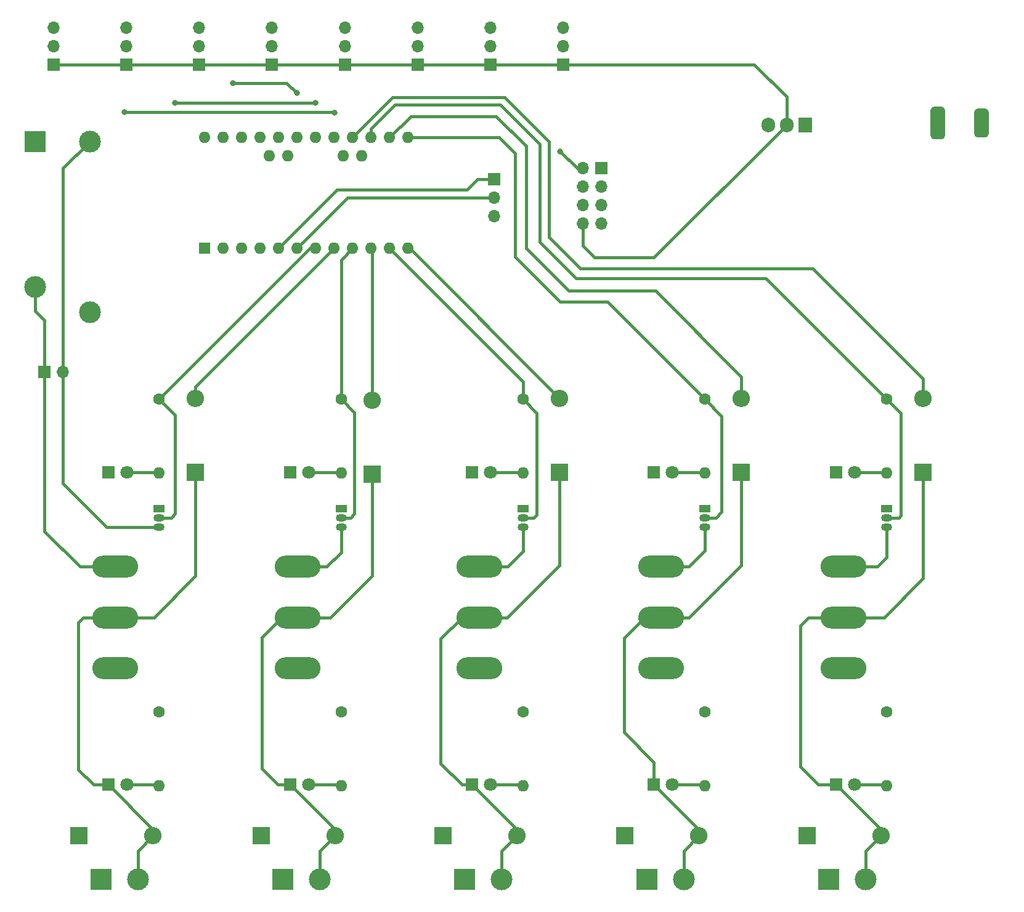
<source format=gbr>
%TF.GenerationSoftware,KiCad,Pcbnew,(5.1.10)-1*%
%TF.CreationDate,2022-07-16T16:26:33-07:00*%
%TF.ProjectId,Garden_Board,47617264-656e-45f4-926f-6172642e6b69,rev?*%
%TF.SameCoordinates,Original*%
%TF.FileFunction,Copper,L1,Top*%
%TF.FilePolarity,Positive*%
%FSLAX46Y46*%
G04 Gerber Fmt 4.6, Leading zero omitted, Abs format (unit mm)*
G04 Created by KiCad (PCBNEW (5.1.10)-1) date 2022-07-16 16:26:33*
%MOMM*%
%LPD*%
G01*
G04 APERTURE LIST*
%TA.AperFunction,ComponentPad*%
%ADD10O,6.300000X3.000000*%
%TD*%
%TA.AperFunction,ComponentPad*%
%ADD11C,3.000000*%
%TD*%
%TA.AperFunction,ComponentPad*%
%ADD12R,3.000000X3.000000*%
%TD*%
%TA.AperFunction,ComponentPad*%
%ADD13O,1.905000X2.000000*%
%TD*%
%TA.AperFunction,ComponentPad*%
%ADD14R,1.905000X2.000000*%
%TD*%
%TA.AperFunction,ComponentPad*%
%ADD15O,1.600000X1.600000*%
%TD*%
%TA.AperFunction,ComponentPad*%
%ADD16R,1.600000X1.600000*%
%TD*%
%TA.AperFunction,ComponentPad*%
%ADD17C,1.600000*%
%TD*%
%TA.AperFunction,ComponentPad*%
%ADD18R,1.500000X1.050000*%
%TD*%
%TA.AperFunction,ComponentPad*%
%ADD19O,1.500000X1.050000*%
%TD*%
%TA.AperFunction,ComponentPad*%
%ADD20O,1.700000X1.700000*%
%TD*%
%TA.AperFunction,ComponentPad*%
%ADD21R,1.700000X1.700000*%
%TD*%
%TA.AperFunction,ComponentPad*%
%ADD22C,1.800000*%
%TD*%
%TA.AperFunction,ComponentPad*%
%ADD23R,1.800000X1.800000*%
%TD*%
%TA.AperFunction,ComponentPad*%
%ADD24O,2.400000X2.400000*%
%TD*%
%TA.AperFunction,ComponentPad*%
%ADD25R,2.400000X2.400000*%
%TD*%
%TA.AperFunction,ViaPad*%
%ADD26C,0.800000*%
%TD*%
%TA.AperFunction,Conductor*%
%ADD27C,0.400000*%
%TD*%
G04 APERTURE END LIST*
D10*
%TO.P,SW4,1*%
%TO.N,GND*%
X147000000Y-133000000D03*
%TO.P,SW4,2*%
%TO.N,P4-*%
X147000000Y-126000000D03*
%TO.P,SW4,3*%
%TO.N,Net-(Q4-Pad3)*%
X147000000Y-119000000D03*
%TD*%
%TO.P,SW3,1*%
%TO.N,GND*%
X122000000Y-133000000D03*
%TO.P,SW3,2*%
%TO.N,P3-*%
X122000000Y-126000000D03*
%TO.P,SW3,3*%
%TO.N,Net-(Q3-Pad3)*%
X122000000Y-119000000D03*
%TD*%
%TO.P,SW2,1*%
%TO.N,GND*%
X97000000Y-133000000D03*
%TO.P,SW2,2*%
%TO.N,P2-*%
X97000000Y-126000000D03*
%TO.P,SW2,3*%
%TO.N,Net-(Q2-Pad3)*%
X97000000Y-119000000D03*
%TD*%
%TO.P,SW0,1*%
%TO.N,GND*%
X47000000Y-133000000D03*
%TO.P,SW0,2*%
%TO.N,P0-*%
X47000000Y-126000000D03*
%TO.P,SW0,3*%
%TO.N,Net-(J18-Pad1)*%
X47000000Y-119000000D03*
%TD*%
%TO.P,SW1,1*%
%TO.N,GND*%
X72000000Y-133000000D03*
%TO.P,SW1,2*%
%TO.N,P1-*%
X72000000Y-126000000D03*
%TO.P,SW1,3*%
%TO.N,Net-(Q1-Pad3)*%
X72000000Y-119000000D03*
%TD*%
D11*
%TO.P,K1,3*%
%TO.N,GND*%
X43480000Y-84050000D03*
%TO.P,K1,5*%
%TO.N,Net-(J18-Pad1)*%
X35980000Y-80550000D03*
%TO.P,K1,1*%
%TO.N,Net-(J18-Pad2)*%
X43480000Y-60550000D03*
D12*
%TO.P,K1,6*%
%TO.N,+12V*%
X35980000Y-60550000D03*
%TD*%
D13*
%TO.P,U1,3*%
%TO.N,+12V*%
X136670000Y-58250000D03*
%TO.P,U1,2*%
%TO.N,+3V3*%
X139210000Y-58250000D03*
D14*
%TO.P,U1,1*%
%TO.N,GND*%
X141750000Y-58250000D03*
%TD*%
D15*
%TO.P,U2,A6*%
%TO.N,A6*%
X80840000Y-62550000D03*
%TO.P,U2,A7*%
%TO.N,A7*%
X78300000Y-62550000D03*
%TO.P,U2,A4*%
%TO.N,A4*%
X70680000Y-62550000D03*
%TO.P,U2,A5*%
%TO.N,A5*%
X68140000Y-62550000D03*
%TO.P,U2,24*%
%TO.N,+12V*%
X59250000Y-60010000D03*
%TO.P,U2,23*%
%TO.N,GND*%
X61790000Y-60010000D03*
%TO.P,U2,22*%
%TO.N,Net-(U2-Pad22)*%
X64330000Y-60010000D03*
%TO.P,U2,12*%
%TO.N,SENSE2*%
X87190000Y-75250000D03*
%TO.P,U2,21*%
%TO.N,Net-(U2-Pad21)*%
X66870000Y-60010000D03*
%TO.P,U2,11*%
%TO.N,CTRL2*%
X84650000Y-75250000D03*
%TO.P,U2,20*%
%TO.N,A3*%
X69410000Y-60010000D03*
%TO.P,U2,10*%
%TO.N,SENSE1*%
X82110000Y-75250000D03*
%TO.P,U2,19*%
%TO.N,A2*%
X71950000Y-60010000D03*
%TO.P,U2,9*%
%TO.N,CTRL1*%
X79570000Y-75250000D03*
%TO.P,U2,18*%
%TO.N,A1*%
X74490000Y-60010000D03*
%TO.P,U2,8*%
%TO.N,SENSE0*%
X77030000Y-75250000D03*
%TO.P,U2,17*%
%TO.N,A0*%
X77030000Y-60010000D03*
%TO.P,U2,7*%
%TO.N,CTRL0*%
X74490000Y-75250000D03*
%TO.P,U2,16*%
%TO.N,SENSE4*%
X79570000Y-60010000D03*
%TO.P,U2,6*%
%TO.N,ESP_RX*%
X71950000Y-75250000D03*
%TO.P,U2,15*%
%TO.N,CTRL4*%
X82110000Y-60010000D03*
%TO.P,U2,5*%
%TO.N,ESP_TX*%
X69410000Y-75250000D03*
%TO.P,U2,14*%
%TO.N,SENSE3*%
X84650000Y-60010000D03*
%TO.P,U2,4*%
%TO.N,GND*%
X66870000Y-75250000D03*
%TO.P,U2,13*%
%TO.N,CTRL3*%
X87190000Y-60010000D03*
%TO.P,U2,3*%
%TO.N,Net-(U2-Pad3)*%
X64330000Y-75250000D03*
%TO.P,U2,2*%
%TO.N,Net-(U2-Pad2)*%
X61790000Y-75250000D03*
D16*
%TO.P,U2,1*%
%TO.N,Net-(U2-Pad1)*%
X59250000Y-75250000D03*
%TD*%
D15*
%TO.P,R10,2*%
%TO.N,Net-(D20-Pad2)*%
X53000000Y-106160000D03*
D17*
%TO.P,R10,1*%
%TO.N,CTRL0*%
X53000000Y-96000000D03*
%TD*%
D15*
%TO.P,R9,2*%
%TO.N,Net-(D17-Pad2)*%
X53000000Y-149160000D03*
D17*
%TO.P,R9,1*%
%TO.N,+12V*%
X53000000Y-139000000D03*
%TD*%
D15*
%TO.P,R8,2*%
%TO.N,Net-(D16-Pad2)*%
X153000000Y-106160000D03*
D17*
%TO.P,R8,1*%
%TO.N,CTRL4*%
X153000000Y-96000000D03*
%TD*%
D15*
%TO.P,R7,2*%
%TO.N,Net-(D13-Pad2)*%
X153000000Y-149160000D03*
D17*
%TO.P,R7,1*%
%TO.N,+12V*%
X153000000Y-139000000D03*
%TD*%
D15*
%TO.P,R6,2*%
%TO.N,Net-(D12-Pad2)*%
X128000000Y-106160000D03*
D17*
%TO.P,R6,1*%
%TO.N,CTRL3*%
X128000000Y-96000000D03*
%TD*%
D15*
%TO.P,R5,2*%
%TO.N,Net-(D9-Pad2)*%
X128000000Y-149160000D03*
D17*
%TO.P,R5,1*%
%TO.N,+12V*%
X128000000Y-139000000D03*
%TD*%
D15*
%TO.P,R4,2*%
%TO.N,Net-(D8-Pad2)*%
X103000000Y-106160000D03*
D17*
%TO.P,R4,1*%
%TO.N,CTRL2*%
X103000000Y-96000000D03*
%TD*%
D15*
%TO.P,R3,2*%
%TO.N,Net-(D5-Pad2)*%
X103000000Y-149160000D03*
D17*
%TO.P,R3,1*%
%TO.N,+12V*%
X103000000Y-139000000D03*
%TD*%
D15*
%TO.P,R2,2*%
%TO.N,Net-(D4-Pad2)*%
X78000000Y-106160000D03*
D17*
%TO.P,R2,1*%
%TO.N,CTRL1*%
X78000000Y-96000000D03*
%TD*%
D15*
%TO.P,R1,2*%
%TO.N,Net-(D1-Pad2)*%
X78000000Y-149160000D03*
D17*
%TO.P,R1,1*%
%TO.N,+12V*%
X78000000Y-139000000D03*
%TD*%
D18*
%TO.P,Q5,1*%
%TO.N,GND*%
X53000000Y-111000000D03*
D19*
%TO.P,Q5,3*%
%TO.N,Net-(J18-Pad2)*%
X53000000Y-113540000D03*
%TO.P,Q5,2*%
%TO.N,CTRL0*%
X53000000Y-112270000D03*
%TD*%
D18*
%TO.P,Q4,1*%
%TO.N,GND*%
X153000000Y-111000000D03*
D19*
%TO.P,Q4,3*%
%TO.N,Net-(Q4-Pad3)*%
X153000000Y-113540000D03*
%TO.P,Q4,2*%
%TO.N,CTRL4*%
X153000000Y-112270000D03*
%TD*%
D18*
%TO.P,Q3,1*%
%TO.N,GND*%
X128000000Y-111000000D03*
D19*
%TO.P,Q3,3*%
%TO.N,Net-(Q3-Pad3)*%
X128000000Y-113540000D03*
%TO.P,Q3,2*%
%TO.N,CTRL3*%
X128000000Y-112270000D03*
%TD*%
D18*
%TO.P,Q2,1*%
%TO.N,GND*%
X103000000Y-111000000D03*
D19*
%TO.P,Q2,3*%
%TO.N,Net-(Q2-Pad3)*%
X103000000Y-113540000D03*
%TO.P,Q2,2*%
%TO.N,CTRL2*%
X103000000Y-112270000D03*
%TD*%
D18*
%TO.P,Q1,1*%
%TO.N,GND*%
X78000000Y-111000000D03*
D19*
%TO.P,Q1,3*%
%TO.N,Net-(Q1-Pad3)*%
X78000000Y-113540000D03*
%TO.P,Q1,2*%
%TO.N,CTRL1*%
X78000000Y-112270000D03*
%TD*%
D20*
%TO.P,J18,2*%
%TO.N,Net-(J18-Pad2)*%
X39790000Y-92250000D03*
D21*
%TO.P,J18,1*%
%TO.N,Net-(J18-Pad1)*%
X37250000Y-92250000D03*
%TD*%
D11*
%TO.P,J17,2*%
%TO.N,P0-*%
X50080000Y-162000000D03*
D12*
%TO.P,J17,1*%
%TO.N,+12V*%
X45000000Y-162000000D03*
%TD*%
D20*
%TO.P,J16,3*%
%TO.N,GND*%
X108500000Y-44920000D03*
%TO.P,J16,2*%
%TO.N,A7*%
X108500000Y-47460000D03*
D21*
%TO.P,J16,1*%
%TO.N,+3V3*%
X108500000Y-50000000D03*
%TD*%
D20*
%TO.P,J15,3*%
%TO.N,GND*%
X98500000Y-44920000D03*
%TO.P,J15,2*%
%TO.N,A6*%
X98500000Y-47460000D03*
D21*
%TO.P,J15,1*%
%TO.N,+3V3*%
X98500000Y-50000000D03*
%TD*%
D20*
%TO.P,J14,3*%
%TO.N,GND*%
X88500000Y-44920000D03*
%TO.P,J14,2*%
%TO.N,A5*%
X88500000Y-47460000D03*
D21*
%TO.P,J14,1*%
%TO.N,+3V3*%
X88500000Y-50000000D03*
%TD*%
D20*
%TO.P,J13,3*%
%TO.N,GND*%
X78500000Y-44920000D03*
%TO.P,J13,2*%
%TO.N,A4*%
X78500000Y-47460000D03*
D21*
%TO.P,J13,1*%
%TO.N,+3V3*%
X78500000Y-50000000D03*
%TD*%
D20*
%TO.P,J12,3*%
%TO.N,GND*%
X68500000Y-44920000D03*
%TO.P,J12,2*%
%TO.N,A3*%
X68500000Y-47460000D03*
D21*
%TO.P,J12,1*%
%TO.N,+3V3*%
X68500000Y-50000000D03*
%TD*%
D20*
%TO.P,J11,3*%
%TO.N,GND*%
X58500000Y-44920000D03*
%TO.P,J11,2*%
%TO.N,A2*%
X58500000Y-47460000D03*
D21*
%TO.P,J11,1*%
%TO.N,+3V3*%
X58500000Y-50000000D03*
%TD*%
D20*
%TO.P,J10,3*%
%TO.N,GND*%
X48500000Y-44920000D03*
%TO.P,J10,2*%
%TO.N,A1*%
X48500000Y-47460000D03*
D21*
%TO.P,J10,1*%
%TO.N,+3V3*%
X48500000Y-50000000D03*
%TD*%
D20*
%TO.P,J9,3*%
%TO.N,GND*%
X38500000Y-44920000D03*
%TO.P,J9,2*%
%TO.N,A0*%
X38500000Y-47460000D03*
D21*
%TO.P,J9,1*%
%TO.N,+3V3*%
X38500000Y-50000000D03*
%TD*%
D11*
%TO.P,J8,2*%
%TO.N,P4-*%
X150080000Y-162000000D03*
D12*
%TO.P,J8,1*%
%TO.N,+12V*%
X145000000Y-162000000D03*
%TD*%
D11*
%TO.P,J7,2*%
%TO.N,P3-*%
X125080000Y-162000000D03*
D12*
%TO.P,J7,1*%
%TO.N,+12V*%
X120000000Y-162000000D03*
%TD*%
D20*
%TO.P,J5,3*%
%TO.N,GND*%
X99000000Y-70830000D03*
%TO.P,J5,2*%
%TO.N,ESP_RX*%
X99000000Y-68290000D03*
D21*
%TO.P,J5,1*%
%TO.N,ESP_TX*%
X99000000Y-65750000D03*
%TD*%
D11*
%TO.P,J4,2*%
%TO.N,P2-*%
X100080000Y-162000000D03*
D12*
%TO.P,J4,1*%
%TO.N,+12V*%
X95000000Y-162000000D03*
%TD*%
D20*
%TO.P,J3,8*%
%TO.N,+3V3*%
X111210000Y-71870000D03*
%TO.P,J3,7*%
%TO.N,ESP_RX*%
X113750000Y-71870000D03*
%TO.P,J3,6*%
%TO.N,Net-(J3-Pad6)*%
X111210000Y-69330000D03*
%TO.P,J3,5*%
%TO.N,Net-(J3-Pad5)*%
X113750000Y-69330000D03*
%TO.P,J3,4*%
%TO.N,+3V3*%
X111210000Y-66790000D03*
%TO.P,J3,3*%
%TO.N,Net-(J3-Pad3)*%
X113750000Y-66790000D03*
%TO.P,J3,2*%
%TO.N,ESP_TX*%
X111210000Y-64250000D03*
D21*
%TO.P,J3,1*%
%TO.N,GND*%
X113750000Y-64250000D03*
%TD*%
D11*
%TO.P,J2,2*%
%TO.N,P1-*%
X75080000Y-162000000D03*
D12*
%TO.P,J2,1*%
%TO.N,+12V*%
X70000000Y-162000000D03*
%TD*%
%TO.P,J1,1*%
%TO.N,+12V*%
%TA.AperFunction,ComponentPad*%
G36*
G01*
X161000000Y-56250000D02*
X161000000Y-59750000D01*
G75*
G02*
X160500000Y-60250000I-500000J0D01*
G01*
X159500000Y-60250000D01*
G75*
G02*
X159000000Y-59750000I0J500000D01*
G01*
X159000000Y-56250000D01*
G75*
G02*
X159500000Y-55750000I500000J0D01*
G01*
X160500000Y-55750000D01*
G75*
G02*
X161000000Y-56250000I0J-500000D01*
G01*
G37*
%TD.AperFunction*%
%TO.P,J1,2*%
%TO.N,GND*%
%TA.AperFunction,ComponentPad*%
G36*
G01*
X167000000Y-56500000D02*
X167000000Y-59500000D01*
G75*
G02*
X166500000Y-60000000I-500000J0D01*
G01*
X165500000Y-60000000D01*
G75*
G02*
X165000000Y-59500000I0J500000D01*
G01*
X165000000Y-56500000D01*
G75*
G02*
X165500000Y-56000000I500000J0D01*
G01*
X166500000Y-56000000D01*
G75*
G02*
X167000000Y-56500000I0J-500000D01*
G01*
G37*
%TD.AperFunction*%
%TD*%
D22*
%TO.P,D20,2*%
%TO.N,Net-(D20-Pad2)*%
X48540000Y-106000000D03*
D23*
%TO.P,D20,1*%
%TO.N,GND*%
X46000000Y-106000000D03*
%TD*%
D24*
%TO.P,D19,2*%
%TO.N,SENSE0*%
X58000000Y-95840000D03*
D25*
%TO.P,D19,1*%
%TO.N,P0-*%
X58000000Y-106000000D03*
%TD*%
D24*
%TO.P,D18,2*%
%TO.N,P0-*%
X52160000Y-156000000D03*
D25*
%TO.P,D18,1*%
%TO.N,+12V*%
X42000000Y-156000000D03*
%TD*%
D22*
%TO.P,D17,2*%
%TO.N,Net-(D17-Pad2)*%
X48540000Y-149000000D03*
D23*
%TO.P,D17,1*%
%TO.N,P0-*%
X46000000Y-149000000D03*
%TD*%
D22*
%TO.P,D16,2*%
%TO.N,Net-(D16-Pad2)*%
X148540000Y-106000000D03*
D23*
%TO.P,D16,1*%
%TO.N,GND*%
X146000000Y-106000000D03*
%TD*%
D24*
%TO.P,D15,2*%
%TO.N,SENSE4*%
X158000000Y-95840000D03*
D25*
%TO.P,D15,1*%
%TO.N,P4-*%
X158000000Y-106000000D03*
%TD*%
D24*
%TO.P,D14,2*%
%TO.N,P4-*%
X152160000Y-156000000D03*
D25*
%TO.P,D14,1*%
%TO.N,+12V*%
X142000000Y-156000000D03*
%TD*%
D22*
%TO.P,D13,2*%
%TO.N,Net-(D13-Pad2)*%
X148540000Y-149000000D03*
D23*
%TO.P,D13,1*%
%TO.N,P4-*%
X146000000Y-149000000D03*
%TD*%
D22*
%TO.P,D12,2*%
%TO.N,Net-(D12-Pad2)*%
X123540000Y-106000000D03*
D23*
%TO.P,D12,1*%
%TO.N,GND*%
X121000000Y-106000000D03*
%TD*%
D24*
%TO.P,D11,2*%
%TO.N,SENSE3*%
X133000000Y-95840000D03*
D25*
%TO.P,D11,1*%
%TO.N,P3-*%
X133000000Y-106000000D03*
%TD*%
D24*
%TO.P,D10,2*%
%TO.N,P3-*%
X127160000Y-156000000D03*
D25*
%TO.P,D10,1*%
%TO.N,+12V*%
X117000000Y-156000000D03*
%TD*%
D22*
%TO.P,D9,2*%
%TO.N,Net-(D9-Pad2)*%
X123540000Y-149000000D03*
D23*
%TO.P,D9,1*%
%TO.N,P3-*%
X121000000Y-149000000D03*
%TD*%
D22*
%TO.P,D8,2*%
%TO.N,Net-(D8-Pad2)*%
X98540000Y-106000000D03*
D23*
%TO.P,D8,1*%
%TO.N,GND*%
X96000000Y-106000000D03*
%TD*%
D24*
%TO.P,D7,2*%
%TO.N,SENSE2*%
X108000000Y-95840000D03*
D25*
%TO.P,D7,1*%
%TO.N,P2-*%
X108000000Y-106000000D03*
%TD*%
D24*
%TO.P,D6,2*%
%TO.N,P2-*%
X102160000Y-156000000D03*
D25*
%TO.P,D6,1*%
%TO.N,+12V*%
X92000000Y-156000000D03*
%TD*%
D22*
%TO.P,D5,2*%
%TO.N,Net-(D5-Pad2)*%
X98540000Y-149000000D03*
D23*
%TO.P,D5,1*%
%TO.N,P2-*%
X96000000Y-149000000D03*
%TD*%
D22*
%TO.P,D4,2*%
%TO.N,Net-(D4-Pad2)*%
X73540000Y-106000000D03*
D23*
%TO.P,D4,1*%
%TO.N,GND*%
X71000000Y-106000000D03*
%TD*%
D24*
%TO.P,D3,2*%
%TO.N,SENSE1*%
X82250000Y-96090000D03*
D25*
%TO.P,D3,1*%
%TO.N,P1-*%
X82250000Y-106250000D03*
%TD*%
D24*
%TO.P,D2,2*%
%TO.N,P1-*%
X77160000Y-156000000D03*
D25*
%TO.P,D2,1*%
%TO.N,+12V*%
X67000000Y-156000000D03*
%TD*%
D22*
%TO.P,D1,2*%
%TO.N,Net-(D1-Pad2)*%
X73540000Y-149000000D03*
D23*
%TO.P,D1,1*%
%TO.N,P1-*%
X71000000Y-149000000D03*
%TD*%
D26*
%TO.N,ESP_TX*%
X108100000Y-61900000D03*
%TO.N,A0*%
X48200000Y-56500000D03*
X77100000Y-56600000D03*
%TO.N,A1*%
X55200000Y-55200000D03*
X74500000Y-55200000D03*
%TO.N,A2*%
X63100000Y-52500000D03*
X71900000Y-53900000D03*
%TD*%
D27*
%TO.N,Net-(D1-Pad2)*%
X73540000Y-149000000D02*
X77840000Y-149000000D01*
X77840000Y-149000000D02*
X78000000Y-149160000D01*
%TO.N,P1-*%
X72000000Y-126000000D02*
X76500000Y-126000000D01*
X76500000Y-126000000D02*
X82250000Y-120250000D01*
X82250000Y-120250000D02*
X82250000Y-106250000D01*
X77160000Y-156000000D02*
X77160000Y-155160000D01*
X77160000Y-155160000D02*
X71000000Y-149000000D01*
X75080000Y-162000000D02*
X75080000Y-158080000D01*
X75080000Y-158080000D02*
X77160000Y-156000000D01*
X71000000Y-149000000D02*
X69300000Y-149000000D01*
X69800000Y-126000000D02*
X72000000Y-126000000D01*
X67100000Y-128700000D02*
X69800000Y-126000000D01*
X67100000Y-146800000D02*
X67100000Y-128700000D01*
X69300000Y-149000000D02*
X67100000Y-146800000D01*
%TO.N,SENSE1*%
X82250000Y-96090000D02*
X82250000Y-75390000D01*
X82250000Y-75390000D02*
X82110000Y-75250000D01*
%TO.N,Net-(D4-Pad2)*%
X73540000Y-106000000D02*
X77840000Y-106000000D01*
X77840000Y-106000000D02*
X78000000Y-106160000D01*
%TO.N,Net-(D5-Pad2)*%
X98540000Y-149000000D02*
X102840000Y-149000000D01*
X102840000Y-149000000D02*
X103000000Y-149160000D01*
%TO.N,P2-*%
X97000000Y-126000000D02*
X100800000Y-126000000D01*
X100800000Y-126000000D02*
X108000000Y-118800000D01*
X108000000Y-118800000D02*
X108000000Y-106000000D01*
X102160000Y-156000000D02*
X102160000Y-155160000D01*
X102160000Y-155160000D02*
X96000000Y-149000000D01*
X100080000Y-162000000D02*
X100080000Y-158080000D01*
X100080000Y-158080000D02*
X102160000Y-156000000D01*
X96000000Y-149000000D02*
X94600000Y-149000000D01*
X94600000Y-126000000D02*
X97000000Y-126000000D01*
X91700000Y-128900000D02*
X94600000Y-126000000D01*
X91700000Y-146100000D02*
X91700000Y-128900000D01*
X94600000Y-149000000D02*
X91700000Y-146100000D01*
%TO.N,SENSE2*%
X87190000Y-75250000D02*
X87410000Y-75250000D01*
X87410000Y-75250000D02*
X108000000Y-95840000D01*
%TO.N,Net-(D8-Pad2)*%
X98540000Y-106000000D02*
X102840000Y-106000000D01*
X102840000Y-106000000D02*
X103000000Y-106160000D01*
%TO.N,Net-(D9-Pad2)*%
X123540000Y-149000000D02*
X127840000Y-149000000D01*
X127840000Y-149000000D02*
X128000000Y-149160000D01*
%TO.N,P3-*%
X125080000Y-162000000D02*
X125080000Y-158080000D01*
X125080000Y-158080000D02*
X127160000Y-156000000D01*
X127160000Y-156000000D02*
X127160000Y-155160000D01*
X127160000Y-155160000D02*
X121000000Y-149000000D01*
X121000000Y-149000000D02*
X121000000Y-145900000D01*
X119700000Y-126000000D02*
X122000000Y-126000000D01*
X116900000Y-128800000D02*
X119700000Y-126000000D01*
X116900000Y-141800000D02*
X116900000Y-128800000D01*
X121000000Y-145900000D02*
X116900000Y-141800000D01*
X122000000Y-126000000D02*
X125800000Y-126000000D01*
X133000000Y-118800000D02*
X133000000Y-106000000D01*
X125800000Y-126000000D02*
X133000000Y-118800000D01*
%TO.N,SENSE3*%
X133000000Y-95840000D02*
X133000000Y-92900000D01*
X87560000Y-57100000D02*
X84650000Y-60010000D01*
X99300000Y-57100000D02*
X87560000Y-57100000D01*
X103400000Y-61200000D02*
X99300000Y-57100000D01*
X103400000Y-75200000D02*
X103400000Y-61200000D01*
X109300000Y-81100000D02*
X103400000Y-75200000D01*
X121200000Y-81100000D02*
X109300000Y-81100000D01*
X133000000Y-92900000D02*
X121200000Y-81100000D01*
%TO.N,Net-(D12-Pad2)*%
X123540000Y-106000000D02*
X127840000Y-106000000D01*
X127840000Y-106000000D02*
X128000000Y-106160000D01*
%TO.N,Net-(D13-Pad2)*%
X148540000Y-149000000D02*
X152840000Y-149000000D01*
X152840000Y-149000000D02*
X153000000Y-149160000D01*
%TO.N,P4-*%
X150080000Y-162000000D02*
X150080000Y-158080000D01*
X150080000Y-158080000D02*
X152160000Y-156000000D01*
X152160000Y-156000000D02*
X152160000Y-155160000D01*
X152160000Y-155160000D02*
X146000000Y-149000000D01*
X146000000Y-149000000D02*
X143600000Y-149000000D01*
X142200000Y-126000000D02*
X147000000Y-126000000D01*
X141100000Y-127100000D02*
X142200000Y-126000000D01*
X141100000Y-146500000D02*
X141100000Y-127100000D01*
X143600000Y-149000000D02*
X141100000Y-146500000D01*
X147000000Y-126000000D02*
X152600000Y-126000000D01*
X158000000Y-120600000D02*
X158000000Y-106000000D01*
X152600000Y-126000000D02*
X158000000Y-120600000D01*
%TO.N,SENSE4*%
X158000000Y-95840000D02*
X158000000Y-93200000D01*
X85080000Y-54500000D02*
X79570000Y-60010000D01*
X100500000Y-54500000D02*
X85080000Y-54500000D01*
X106600000Y-60600000D02*
X100500000Y-54500000D01*
X106600000Y-73700000D02*
X106600000Y-60600000D01*
X110900000Y-78000000D02*
X106600000Y-73700000D01*
X142800000Y-78000000D02*
X110900000Y-78000000D01*
X158000000Y-93200000D02*
X142800000Y-78000000D01*
%TO.N,Net-(D16-Pad2)*%
X148540000Y-106000000D02*
X152840000Y-106000000D01*
X152840000Y-106000000D02*
X153000000Y-106160000D01*
%TO.N,Net-(D17-Pad2)*%
X48540000Y-149000000D02*
X52840000Y-149000000D01*
X52840000Y-149000000D02*
X53000000Y-149160000D01*
%TO.N,P0-*%
X46000000Y-149000000D02*
X44000000Y-149000000D01*
X44000000Y-149000000D02*
X41900000Y-146900000D01*
X41900000Y-146900000D02*
X41900000Y-126700000D01*
X41900000Y-126700000D02*
X42600000Y-126000000D01*
X42600000Y-126000000D02*
X47000000Y-126000000D01*
X47000000Y-126000000D02*
X52300000Y-126000000D01*
X58000000Y-120300000D02*
X58000000Y-106000000D01*
X52300000Y-126000000D02*
X58000000Y-120300000D01*
X50080000Y-162000000D02*
X50080000Y-158080000D01*
X50080000Y-158080000D02*
X52160000Y-156000000D01*
X52160000Y-156000000D02*
X52160000Y-155160000D01*
X52160000Y-155160000D02*
X46000000Y-149000000D01*
%TO.N,SENSE0*%
X58000000Y-95840000D02*
X58000000Y-94280000D01*
X58000000Y-94280000D02*
X77030000Y-75250000D01*
%TO.N,Net-(D20-Pad2)*%
X48540000Y-106000000D02*
X52840000Y-106000000D01*
X52840000Y-106000000D02*
X53000000Y-106160000D01*
%TO.N,+3V3*%
X111210000Y-71870000D02*
X111210000Y-74910000D01*
X120960000Y-76500000D02*
X139210000Y-58250000D01*
X112800000Y-76500000D02*
X120960000Y-76500000D01*
X111210000Y-74910000D02*
X112800000Y-76500000D01*
X139210000Y-58250000D02*
X139210000Y-54410000D01*
X134800000Y-50000000D02*
X98500000Y-50000000D01*
X139210000Y-54410000D02*
X134800000Y-50000000D01*
X98500000Y-50000000D02*
X88500000Y-50000000D01*
X88500000Y-50000000D02*
X78500000Y-50000000D01*
X78500000Y-50000000D02*
X68500000Y-50000000D01*
X68500000Y-50000000D02*
X58500000Y-50000000D01*
X58500000Y-50000000D02*
X48500000Y-50000000D01*
X48500000Y-50000000D02*
X38500000Y-50000000D01*
%TO.N,ESP_RX*%
X99000000Y-68290000D02*
X78910000Y-68290000D01*
X78910000Y-68290000D02*
X71950000Y-75250000D01*
%TO.N,ESP_TX*%
X99000000Y-65750000D02*
X96750000Y-65750000D01*
X77460000Y-67200000D02*
X69410000Y-75250000D01*
X95300000Y-67200000D02*
X77460000Y-67200000D01*
X96750000Y-65750000D02*
X95300000Y-67200000D01*
X110450000Y-64250000D02*
X111210000Y-64250000D01*
X108100000Y-61900000D02*
X110450000Y-64250000D01*
%TO.N,A0*%
X77000000Y-56500000D02*
X48200000Y-56500000D01*
X77100000Y-56600000D02*
X77000000Y-56500000D01*
%TO.N,A1*%
X74500000Y-55200000D02*
X55200000Y-55200000D01*
%TO.N,A2*%
X70500000Y-52500000D02*
X63100000Y-52500000D01*
X71900000Y-53900000D02*
X70500000Y-52500000D01*
%TO.N,Net-(J18-Pad2)*%
X39790000Y-92250000D02*
X39790000Y-64240000D01*
X39790000Y-64240000D02*
X43480000Y-60550000D01*
X39790000Y-92250000D02*
X39790000Y-107590000D01*
X45740000Y-113540000D02*
X53000000Y-113540000D01*
X39790000Y-107590000D02*
X45740000Y-113540000D01*
%TO.N,Net-(J18-Pad1)*%
X37250000Y-92250000D02*
X37250000Y-85150000D01*
X35980000Y-83880000D02*
X35980000Y-80550000D01*
X37250000Y-85150000D02*
X35980000Y-83880000D01*
X47000000Y-119000000D02*
X42100000Y-119000000D01*
X37250000Y-114150000D02*
X37250000Y-92250000D01*
X42100000Y-119000000D02*
X37250000Y-114150000D01*
%TO.N,Net-(Q1-Pad3)*%
X72000000Y-119000000D02*
X76000000Y-119000000D01*
X78000000Y-117000000D02*
X78000000Y-113540000D01*
X76000000Y-119000000D02*
X78000000Y-117000000D01*
%TO.N,CTRL1*%
X78000000Y-96000000D02*
X78000000Y-76820000D01*
X78000000Y-76820000D02*
X79570000Y-75250000D01*
X78000000Y-112270000D02*
X79270000Y-112270000D01*
X79800000Y-97800000D02*
X78000000Y-96000000D01*
X79800000Y-111740000D02*
X79800000Y-97800000D01*
X79270000Y-112270000D02*
X79800000Y-111740000D01*
%TO.N,Net-(Q2-Pad3)*%
X97000000Y-119000000D02*
X100900000Y-119000000D01*
X103000000Y-116900000D02*
X103000000Y-113540000D01*
X100900000Y-119000000D02*
X103000000Y-116900000D01*
%TO.N,CTRL2*%
X103000000Y-112270000D02*
X104470000Y-112270000D01*
X104900000Y-97900000D02*
X103000000Y-96000000D01*
X104900000Y-111840000D02*
X104900000Y-97900000D01*
X104470000Y-112270000D02*
X104900000Y-111840000D01*
X103000000Y-96000000D02*
X103000000Y-93600000D01*
X103000000Y-93600000D02*
X84650000Y-75250000D01*
%TO.N,Net-(Q3-Pad3)*%
X122000000Y-119000000D02*
X125800000Y-119000000D01*
X128000000Y-116800000D02*
X128000000Y-113540000D01*
X125800000Y-119000000D02*
X128000000Y-116800000D01*
%TO.N,CTRL3*%
X87190000Y-60010000D02*
X99710000Y-60010000D01*
X114600000Y-82600000D02*
X128000000Y-96000000D01*
X108100000Y-82600000D02*
X114600000Y-82600000D01*
X101900000Y-76400000D02*
X108100000Y-82600000D01*
X101900000Y-62200000D02*
X101900000Y-76400000D01*
X99710000Y-60010000D02*
X101900000Y-62200000D01*
X128000000Y-112270000D02*
X129470000Y-112270000D01*
X130300000Y-98300000D02*
X128000000Y-96000000D01*
X130300000Y-111440000D02*
X130300000Y-98300000D01*
X129470000Y-112270000D02*
X130300000Y-111440000D01*
%TO.N,Net-(Q4-Pad3)*%
X147000000Y-119000000D02*
X151700000Y-119000000D01*
X153000000Y-117700000D02*
X153000000Y-113540000D01*
X151700000Y-119000000D02*
X153000000Y-117700000D01*
%TO.N,CTRL4*%
X82110000Y-60010000D02*
X82110000Y-58790000D01*
X136400000Y-79400000D02*
X153000000Y-96000000D01*
X110300000Y-79400000D02*
X136400000Y-79400000D01*
X105300000Y-74400000D02*
X110300000Y-79400000D01*
X105300000Y-60900000D02*
X105300000Y-74400000D01*
X99900000Y-55500000D02*
X105300000Y-60900000D01*
X85400000Y-55500000D02*
X99900000Y-55500000D01*
X82110000Y-58790000D02*
X85400000Y-55500000D01*
X153000000Y-112270000D02*
X154630000Y-112270000D01*
X154900000Y-97900000D02*
X153000000Y-96000000D01*
X154900000Y-112000000D02*
X154900000Y-97900000D01*
X154630000Y-112270000D02*
X154900000Y-112000000D01*
%TO.N,CTRL0*%
X74490000Y-75250000D02*
X73750000Y-75250000D01*
X73750000Y-75250000D02*
X53000000Y-96000000D01*
X53000000Y-112270000D02*
X54630000Y-112270000D01*
X55200000Y-98200000D02*
X53000000Y-96000000D01*
X55200000Y-111700000D02*
X55200000Y-98200000D01*
X54630000Y-112270000D02*
X55200000Y-111700000D01*
%TD*%
M02*

</source>
